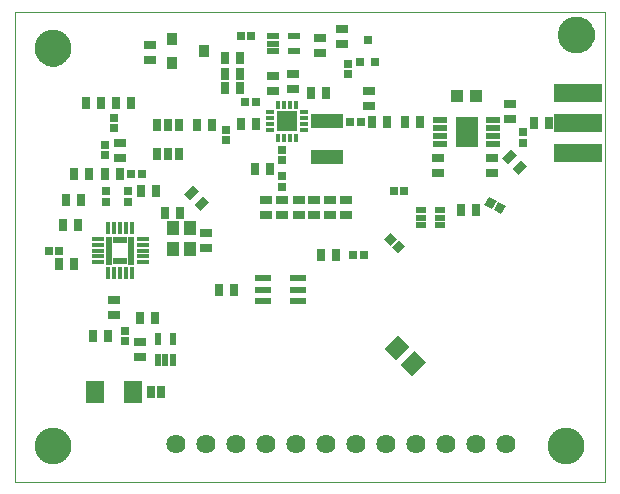
<source format=gts>
G75*
G70*
%OFA0B0*%
%FSLAX24Y24*%
%IPPOS*%
%LPD*%
%AMOC8*
5,1,8,0,0,1.08239X$1,22.5*
%
%ADD10C,0.0000*%
%ADD11C,0.1221*%
%ADD12R,0.0138X0.0296*%
%ADD13R,0.0296X0.0138*%
%ADD14R,0.0670X0.0670*%
%ADD15R,0.0290X0.0410*%
%ADD16R,0.0410X0.0290*%
%ADD17R,0.0276X0.0276*%
%ADD18R,0.1103X0.0493*%
%ADD19R,0.0316X0.0296*%
%ADD20R,0.0296X0.0316*%
%ADD21R,0.0276X0.0257*%
%ADD22R,0.0434X0.0197*%
%ADD23R,0.0335X0.0434*%
%ADD24R,0.0540X0.0640*%
%ADD25R,0.1640X0.0640*%
%ADD26R,0.0276X0.0434*%
%ADD27R,0.0335X0.0197*%
%ADD28R,0.0510X0.0220*%
%ADD29R,0.0740X0.0990*%
%ADD30R,0.0150X0.0410*%
%ADD31R,0.0410X0.0150*%
%ADD32R,0.0217X0.0945*%
%ADD33R,0.0512X0.0217*%
%ADD34R,0.0434X0.0512*%
%ADD35R,0.0197X0.0434*%
%ADD36R,0.0640X0.0740*%
%ADD37R,0.0414X0.0434*%
%ADD38R,0.0552X0.0237*%
%ADD39C,0.0640*%
D10*
X000671Y003960D02*
X020356Y003960D01*
X020356Y019645D01*
X000671Y019645D01*
X000671Y003960D01*
X001343Y005184D02*
X001345Y005232D01*
X001351Y005280D01*
X001361Y005327D01*
X001374Y005373D01*
X001392Y005418D01*
X001412Y005462D01*
X001437Y005504D01*
X001465Y005543D01*
X001495Y005580D01*
X001529Y005614D01*
X001566Y005646D01*
X001604Y005675D01*
X001645Y005700D01*
X001688Y005722D01*
X001733Y005740D01*
X001779Y005754D01*
X001826Y005765D01*
X001874Y005772D01*
X001922Y005775D01*
X001970Y005774D01*
X002018Y005769D01*
X002066Y005760D01*
X002112Y005748D01*
X002157Y005731D01*
X002201Y005711D01*
X002243Y005688D01*
X002283Y005661D01*
X002321Y005631D01*
X002356Y005598D01*
X002388Y005562D01*
X002418Y005524D01*
X002444Y005483D01*
X002466Y005440D01*
X002486Y005396D01*
X002501Y005351D01*
X002513Y005304D01*
X002521Y005256D01*
X002525Y005208D01*
X002525Y005160D01*
X002521Y005112D01*
X002513Y005064D01*
X002501Y005017D01*
X002486Y004972D01*
X002466Y004928D01*
X002444Y004885D01*
X002418Y004844D01*
X002388Y004806D01*
X002356Y004770D01*
X002321Y004737D01*
X002283Y004707D01*
X002243Y004680D01*
X002201Y004657D01*
X002157Y004637D01*
X002112Y004620D01*
X002066Y004608D01*
X002018Y004599D01*
X001970Y004594D01*
X001922Y004593D01*
X001874Y004596D01*
X001826Y004603D01*
X001779Y004614D01*
X001733Y004628D01*
X001688Y004646D01*
X001645Y004668D01*
X001604Y004693D01*
X001566Y004722D01*
X001529Y004754D01*
X001495Y004788D01*
X001465Y004825D01*
X001437Y004864D01*
X001412Y004906D01*
X001392Y004950D01*
X001374Y004995D01*
X001361Y005041D01*
X001351Y005088D01*
X001345Y005136D01*
X001343Y005184D01*
X001343Y018434D02*
X001345Y018482D01*
X001351Y018530D01*
X001361Y018577D01*
X001374Y018623D01*
X001392Y018668D01*
X001412Y018712D01*
X001437Y018754D01*
X001465Y018793D01*
X001495Y018830D01*
X001529Y018864D01*
X001566Y018896D01*
X001604Y018925D01*
X001645Y018950D01*
X001688Y018972D01*
X001733Y018990D01*
X001779Y019004D01*
X001826Y019015D01*
X001874Y019022D01*
X001922Y019025D01*
X001970Y019024D01*
X002018Y019019D01*
X002066Y019010D01*
X002112Y018998D01*
X002157Y018981D01*
X002201Y018961D01*
X002243Y018938D01*
X002283Y018911D01*
X002321Y018881D01*
X002356Y018848D01*
X002388Y018812D01*
X002418Y018774D01*
X002444Y018733D01*
X002466Y018690D01*
X002486Y018646D01*
X002501Y018601D01*
X002513Y018554D01*
X002521Y018506D01*
X002525Y018458D01*
X002525Y018410D01*
X002521Y018362D01*
X002513Y018314D01*
X002501Y018267D01*
X002486Y018222D01*
X002466Y018178D01*
X002444Y018135D01*
X002418Y018094D01*
X002388Y018056D01*
X002356Y018020D01*
X002321Y017987D01*
X002283Y017957D01*
X002243Y017930D01*
X002201Y017907D01*
X002157Y017887D01*
X002112Y017870D01*
X002066Y017858D01*
X002018Y017849D01*
X001970Y017844D01*
X001922Y017843D01*
X001874Y017846D01*
X001826Y017853D01*
X001779Y017864D01*
X001733Y017878D01*
X001688Y017896D01*
X001645Y017918D01*
X001604Y017943D01*
X001566Y017972D01*
X001529Y018004D01*
X001495Y018038D01*
X001465Y018075D01*
X001437Y018114D01*
X001412Y018156D01*
X001392Y018200D01*
X001374Y018245D01*
X001361Y018291D01*
X001351Y018338D01*
X001345Y018386D01*
X001343Y018434D01*
X018443Y005184D02*
X018445Y005232D01*
X018451Y005280D01*
X018461Y005327D01*
X018474Y005373D01*
X018492Y005418D01*
X018512Y005462D01*
X018537Y005504D01*
X018565Y005543D01*
X018595Y005580D01*
X018629Y005614D01*
X018666Y005646D01*
X018704Y005675D01*
X018745Y005700D01*
X018788Y005722D01*
X018833Y005740D01*
X018879Y005754D01*
X018926Y005765D01*
X018974Y005772D01*
X019022Y005775D01*
X019070Y005774D01*
X019118Y005769D01*
X019166Y005760D01*
X019212Y005748D01*
X019257Y005731D01*
X019301Y005711D01*
X019343Y005688D01*
X019383Y005661D01*
X019421Y005631D01*
X019456Y005598D01*
X019488Y005562D01*
X019518Y005524D01*
X019544Y005483D01*
X019566Y005440D01*
X019586Y005396D01*
X019601Y005351D01*
X019613Y005304D01*
X019621Y005256D01*
X019625Y005208D01*
X019625Y005160D01*
X019621Y005112D01*
X019613Y005064D01*
X019601Y005017D01*
X019586Y004972D01*
X019566Y004928D01*
X019544Y004885D01*
X019518Y004844D01*
X019488Y004806D01*
X019456Y004770D01*
X019421Y004737D01*
X019383Y004707D01*
X019343Y004680D01*
X019301Y004657D01*
X019257Y004637D01*
X019212Y004620D01*
X019166Y004608D01*
X019118Y004599D01*
X019070Y004594D01*
X019022Y004593D01*
X018974Y004596D01*
X018926Y004603D01*
X018879Y004614D01*
X018833Y004628D01*
X018788Y004646D01*
X018745Y004668D01*
X018704Y004693D01*
X018666Y004722D01*
X018629Y004754D01*
X018595Y004788D01*
X018565Y004825D01*
X018537Y004864D01*
X018512Y004906D01*
X018492Y004950D01*
X018474Y004995D01*
X018461Y005041D01*
X018451Y005088D01*
X018445Y005136D01*
X018443Y005184D01*
X018793Y018884D02*
X018795Y018932D01*
X018801Y018980D01*
X018811Y019027D01*
X018824Y019073D01*
X018842Y019118D01*
X018862Y019162D01*
X018887Y019204D01*
X018915Y019243D01*
X018945Y019280D01*
X018979Y019314D01*
X019016Y019346D01*
X019054Y019375D01*
X019095Y019400D01*
X019138Y019422D01*
X019183Y019440D01*
X019229Y019454D01*
X019276Y019465D01*
X019324Y019472D01*
X019372Y019475D01*
X019420Y019474D01*
X019468Y019469D01*
X019516Y019460D01*
X019562Y019448D01*
X019607Y019431D01*
X019651Y019411D01*
X019693Y019388D01*
X019733Y019361D01*
X019771Y019331D01*
X019806Y019298D01*
X019838Y019262D01*
X019868Y019224D01*
X019894Y019183D01*
X019916Y019140D01*
X019936Y019096D01*
X019951Y019051D01*
X019963Y019004D01*
X019971Y018956D01*
X019975Y018908D01*
X019975Y018860D01*
X019971Y018812D01*
X019963Y018764D01*
X019951Y018717D01*
X019936Y018672D01*
X019916Y018628D01*
X019894Y018585D01*
X019868Y018544D01*
X019838Y018506D01*
X019806Y018470D01*
X019771Y018437D01*
X019733Y018407D01*
X019693Y018380D01*
X019651Y018357D01*
X019607Y018337D01*
X019562Y018320D01*
X019516Y018308D01*
X019468Y018299D01*
X019420Y018294D01*
X019372Y018293D01*
X019324Y018296D01*
X019276Y018303D01*
X019229Y018314D01*
X019183Y018328D01*
X019138Y018346D01*
X019095Y018368D01*
X019054Y018393D01*
X019016Y018422D01*
X018979Y018454D01*
X018945Y018488D01*
X018915Y018525D01*
X018887Y018564D01*
X018862Y018606D01*
X018842Y018650D01*
X018824Y018695D01*
X018811Y018741D01*
X018801Y018788D01*
X018795Y018836D01*
X018793Y018884D01*
D11*
X019384Y018884D03*
X019034Y005184D03*
X001934Y005184D03*
X001934Y018434D03*
D12*
X009451Y016527D03*
X009648Y016527D03*
X009845Y016527D03*
X010042Y016527D03*
X010042Y015444D03*
X009845Y015444D03*
X009648Y015444D03*
X009451Y015444D03*
D13*
X009195Y015700D03*
X009195Y015897D03*
X009195Y016094D03*
X009195Y016291D03*
X010298Y016291D03*
X010298Y016094D03*
X010298Y015897D03*
X010298Y015700D03*
D14*
X009747Y015996D03*
D15*
X008717Y015891D03*
X008217Y015891D03*
X007234Y015884D03*
X006734Y015884D03*
X007674Y017094D03*
X007674Y017574D03*
X008174Y017574D03*
X008174Y017094D03*
X008174Y018094D03*
X007674Y018094D03*
X010549Y016931D03*
X011049Y016931D03*
X012584Y015984D03*
X013084Y015984D03*
X013684Y015984D03*
X014184Y015984D03*
G36*
X017115Y014563D02*
X016910Y014768D01*
X017199Y015057D01*
X017404Y014852D01*
X017115Y014563D01*
G37*
G36*
X017468Y014210D02*
X017263Y014415D01*
X017552Y014704D01*
X017757Y014499D01*
X017468Y014210D01*
G37*
X016034Y013044D03*
X015534Y013044D03*
X017984Y015934D03*
X018484Y015934D03*
X011384Y011534D03*
X010884Y011534D03*
X007984Y010384D03*
X007484Y010384D03*
X005334Y009434D03*
X004834Y009434D03*
X003784Y008834D03*
X003284Y008834D03*
X005223Y006984D03*
X005554Y006984D03*
X002634Y011234D03*
X002134Y011234D03*
X002284Y012534D03*
X002784Y012534D03*
X002884Y013384D03*
X002384Y013384D03*
X002634Y014234D03*
X003134Y014234D03*
X003684Y014234D03*
X004184Y014234D03*
X004884Y013684D03*
X005384Y013684D03*
X005684Y012934D03*
X006184Y012934D03*
G36*
X006515Y013363D02*
X006310Y013568D01*
X006599Y013857D01*
X006804Y013652D01*
X006515Y013363D01*
G37*
G36*
X006868Y013010D02*
X006663Y013215D01*
X006952Y013504D01*
X007157Y013299D01*
X006868Y013010D01*
G37*
X008684Y014414D03*
X009184Y014414D03*
X004534Y016594D03*
X004034Y016594D03*
X003534Y016594D03*
X003034Y016594D03*
D16*
X004184Y015284D03*
X004184Y014784D03*
X007034Y012284D03*
X007034Y011784D03*
X009034Y012864D03*
X009594Y012864D03*
X009594Y013364D03*
X009034Y013364D03*
X010134Y013364D03*
X010654Y013364D03*
X010654Y012864D03*
X010134Y012864D03*
X011184Y012864D03*
X011714Y012864D03*
X011714Y013364D03*
X011184Y013364D03*
X012484Y016499D03*
X012484Y016999D03*
X011584Y018584D03*
X011584Y019084D03*
X010834Y018784D03*
X010834Y018284D03*
X009949Y017574D03*
X009949Y017074D03*
X009266Y017016D03*
X009266Y017516D03*
X005184Y018034D03*
X005184Y018534D03*
X003984Y010034D03*
X003984Y009534D03*
X004834Y008634D03*
X004834Y008134D03*
X014784Y014284D03*
X014784Y014784D03*
X016584Y014784D03*
X016584Y014284D03*
X017184Y016054D03*
X017184Y016554D03*
D17*
X012311Y011534D03*
X011957Y011534D03*
X007724Y015357D03*
X007724Y015711D03*
X008207Y018834D03*
X008561Y018834D03*
X011784Y017911D03*
X011784Y017557D03*
X002161Y011684D03*
X001807Y011684D03*
D18*
X011094Y014808D03*
X011094Y015989D03*
D19*
X009589Y015046D03*
X009589Y014692D03*
X009594Y014151D03*
X009594Y013797D03*
G36*
X012992Y012052D02*
X013215Y012275D01*
X013424Y012066D01*
X013201Y011843D01*
X012992Y012052D01*
G37*
G36*
X013243Y011801D02*
X013466Y012024D01*
X013675Y011815D01*
X013452Y011592D01*
X013243Y011801D01*
G37*
G36*
X016323Y013210D02*
X016481Y013482D01*
X016737Y013334D01*
X016579Y013062D01*
X016323Y013210D01*
G37*
G36*
X016630Y013033D02*
X016788Y013305D01*
X017044Y013157D01*
X016886Y012885D01*
X016630Y013033D01*
G37*
X017624Y015277D03*
X017624Y015631D03*
X004454Y013661D03*
X004454Y013307D03*
X003724Y013307D03*
X003724Y013661D03*
X003684Y014857D03*
X003684Y015211D03*
X003984Y015757D03*
X003984Y016111D03*
X004334Y009011D03*
X004334Y008657D03*
D20*
X004557Y014234D03*
X004911Y014234D03*
X008347Y016644D03*
X008701Y016644D03*
X011857Y015984D03*
X012211Y015984D03*
X013307Y013684D03*
X013661Y013684D03*
D21*
X012690Y017970D03*
X012178Y017970D03*
X012434Y018698D03*
D22*
X009979Y018840D03*
X009979Y018328D03*
X009290Y018328D03*
X009290Y018584D03*
X009290Y018840D03*
D23*
X006966Y018334D03*
X005923Y018727D03*
X005923Y017940D03*
D24*
G36*
X013384Y008032D02*
X013002Y008414D01*
X013454Y008866D01*
X013836Y008484D01*
X013384Y008032D01*
G37*
G36*
X013914Y007502D02*
X013532Y007884D01*
X013984Y008336D01*
X014366Y007954D01*
X013914Y007502D01*
G37*
D25*
X019434Y014944D03*
X019434Y015944D03*
X019434Y016944D03*
D26*
X006158Y015876D03*
X005784Y015876D03*
X005410Y015876D03*
X005410Y014892D03*
X005784Y014892D03*
X006158Y014892D03*
D27*
X014209Y013040D03*
X014209Y012784D03*
X014209Y012528D03*
X014859Y012528D03*
X014859Y012784D03*
X014859Y013040D03*
D28*
X014848Y015250D03*
X014848Y015506D03*
X014848Y015762D03*
X014848Y016018D03*
X016620Y016018D03*
X016620Y015762D03*
X016620Y015506D03*
X016620Y015250D03*
D29*
X015734Y015634D03*
D30*
X004577Y012432D03*
X004381Y012432D03*
X004184Y012432D03*
X003987Y012432D03*
X003790Y012432D03*
X003790Y010936D03*
X003987Y010936D03*
X004184Y010936D03*
X004381Y010936D03*
X004577Y010936D03*
D31*
X004932Y011290D03*
X004932Y011487D03*
X004932Y011684D03*
X004932Y011881D03*
X004932Y012077D03*
X003436Y012077D03*
X003436Y011881D03*
X003436Y011684D03*
X003436Y011487D03*
X003436Y011290D03*
D32*
X003820Y011684D03*
X004548Y011684D03*
D33*
X004184Y012048D03*
X004184Y011320D03*
D34*
X005958Y011749D03*
X006509Y011749D03*
X006509Y012418D03*
X005958Y012418D03*
D35*
X005946Y008726D03*
X005434Y008726D03*
X005434Y008037D03*
X005690Y008037D03*
X005946Y008037D03*
D36*
X004609Y006984D03*
X003359Y006984D03*
D37*
X015419Y016834D03*
X016049Y016834D03*
D38*
X010124Y010758D03*
X010124Y010384D03*
X010124Y010010D03*
X008943Y010010D03*
X008943Y010384D03*
X008943Y010758D03*
D39*
X009034Y005234D03*
X010034Y005234D03*
X011034Y005234D03*
X012034Y005234D03*
X013034Y005234D03*
X014034Y005234D03*
X015034Y005234D03*
X016034Y005234D03*
X017034Y005234D03*
X008034Y005234D03*
X007034Y005234D03*
X006034Y005234D03*
M02*

</source>
